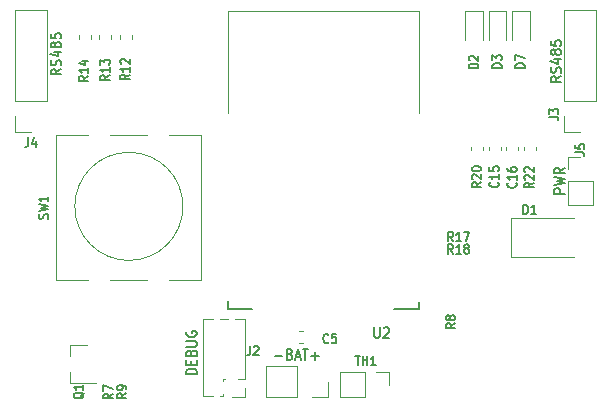
<source format=gbr>
%TF.GenerationSoftware,KiCad,Pcbnew,(5.1.6)-1*%
%TF.CreationDate,2021-03-25T12:52:47+05:30*%
%TF.ProjectId,RX_Controller,52585f43-6f6e-4747-926f-6c6c65722e6b,rev?*%
%TF.SameCoordinates,Original*%
%TF.FileFunction,Legend,Top*%
%TF.FilePolarity,Positive*%
%FSLAX46Y46*%
G04 Gerber Fmt 4.6, Leading zero omitted, Abs format (unit mm)*
G04 Created by KiCad (PCBNEW (5.1.6)-1) date 2021-03-25 12:52:47*
%MOMM*%
%LPD*%
G01*
G04 APERTURE LIST*
%ADD10C,0.140000*%
%ADD11C,0.120000*%
%ADD12C,0.180000*%
%ADD13C,0.130000*%
G04 APERTURE END LIST*
D10*
X146957142Y-95816666D02*
X146057142Y-95816666D01*
X146057142Y-95511904D01*
X146100000Y-95435714D01*
X146142857Y-95397619D01*
X146228571Y-95359523D01*
X146357142Y-95359523D01*
X146442857Y-95397619D01*
X146485714Y-95435714D01*
X146528571Y-95511904D01*
X146528571Y-95816666D01*
X146057142Y-95092857D02*
X146957142Y-94902380D01*
X146314285Y-94750000D01*
X146957142Y-94597619D01*
X146057142Y-94407142D01*
X146957142Y-93645238D02*
X146528571Y-93911904D01*
X146957142Y-94102380D02*
X146057142Y-94102380D01*
X146057142Y-93797619D01*
X146100000Y-93721428D01*
X146142857Y-93683333D01*
X146228571Y-93645238D01*
X146357142Y-93645238D01*
X146442857Y-93683333D01*
X146485714Y-93721428D01*
X146528571Y-93797619D01*
X146528571Y-94102380D01*
X115807142Y-111090476D02*
X114907142Y-111090476D01*
X114907142Y-110900000D01*
X114950000Y-110785714D01*
X115035714Y-110709523D01*
X115121428Y-110671428D01*
X115292857Y-110633333D01*
X115421428Y-110633333D01*
X115592857Y-110671428D01*
X115678571Y-110709523D01*
X115764285Y-110785714D01*
X115807142Y-110900000D01*
X115807142Y-111090476D01*
X115335714Y-110290476D02*
X115335714Y-110023809D01*
X115807142Y-109909523D02*
X115807142Y-110290476D01*
X114907142Y-110290476D01*
X114907142Y-109909523D01*
X115335714Y-109300000D02*
X115378571Y-109185714D01*
X115421428Y-109147619D01*
X115507142Y-109109523D01*
X115635714Y-109109523D01*
X115721428Y-109147619D01*
X115764285Y-109185714D01*
X115807142Y-109261904D01*
X115807142Y-109566666D01*
X114907142Y-109566666D01*
X114907142Y-109300000D01*
X114950000Y-109223809D01*
X114992857Y-109185714D01*
X115078571Y-109147619D01*
X115164285Y-109147619D01*
X115250000Y-109185714D01*
X115292857Y-109223809D01*
X115335714Y-109300000D01*
X115335714Y-109566666D01*
X114907142Y-108766666D02*
X115635714Y-108766666D01*
X115721428Y-108728571D01*
X115764285Y-108690476D01*
X115807142Y-108614285D01*
X115807142Y-108461904D01*
X115764285Y-108385714D01*
X115721428Y-108347619D01*
X115635714Y-108309523D01*
X114907142Y-108309523D01*
X114950000Y-107509523D02*
X114907142Y-107585714D01*
X114907142Y-107700000D01*
X114950000Y-107814285D01*
X115035714Y-107890476D01*
X115121428Y-107928571D01*
X115292857Y-107966666D01*
X115421428Y-107966666D01*
X115592857Y-107928571D01*
X115678571Y-107890476D01*
X115764285Y-107814285D01*
X115807142Y-107700000D01*
X115807142Y-107623809D01*
X115764285Y-107509523D01*
X115721428Y-107471428D01*
X115421428Y-107471428D01*
X115421428Y-107623809D01*
X122402380Y-109564285D02*
X123011904Y-109564285D01*
X123659523Y-109435714D02*
X123773809Y-109478571D01*
X123811904Y-109521428D01*
X123850000Y-109607142D01*
X123850000Y-109735714D01*
X123811904Y-109821428D01*
X123773809Y-109864285D01*
X123697619Y-109907142D01*
X123392857Y-109907142D01*
X123392857Y-109007142D01*
X123659523Y-109007142D01*
X123735714Y-109050000D01*
X123773809Y-109092857D01*
X123811904Y-109178571D01*
X123811904Y-109264285D01*
X123773809Y-109350000D01*
X123735714Y-109392857D01*
X123659523Y-109435714D01*
X123392857Y-109435714D01*
X124154761Y-109650000D02*
X124535714Y-109650000D01*
X124078571Y-109907142D02*
X124345238Y-109007142D01*
X124611904Y-109907142D01*
X124764285Y-109007142D02*
X125221428Y-109007142D01*
X124992857Y-109907142D02*
X124992857Y-109007142D01*
X125488095Y-109564285D02*
X126097619Y-109564285D01*
X125792857Y-109907142D02*
X125792857Y-109221428D01*
X104307142Y-85276190D02*
X103878571Y-85542857D01*
X104307142Y-85733333D02*
X103407142Y-85733333D01*
X103407142Y-85428571D01*
X103450000Y-85352380D01*
X103492857Y-85314285D01*
X103578571Y-85276190D01*
X103707142Y-85276190D01*
X103792857Y-85314285D01*
X103835714Y-85352380D01*
X103878571Y-85428571D01*
X103878571Y-85733333D01*
X104264285Y-84971428D02*
X104307142Y-84857142D01*
X104307142Y-84666666D01*
X104264285Y-84590476D01*
X104221428Y-84552380D01*
X104135714Y-84514285D01*
X104050000Y-84514285D01*
X103964285Y-84552380D01*
X103921428Y-84590476D01*
X103878571Y-84666666D01*
X103835714Y-84819047D01*
X103792857Y-84895238D01*
X103750000Y-84933333D01*
X103664285Y-84971428D01*
X103578571Y-84971428D01*
X103492857Y-84933333D01*
X103450000Y-84895238D01*
X103407142Y-84819047D01*
X103407142Y-84628571D01*
X103450000Y-84514285D01*
X103707142Y-83828571D02*
X104307142Y-83828571D01*
X103364285Y-84019047D02*
X104007142Y-84209523D01*
X104007142Y-83714285D01*
X103792857Y-83295238D02*
X103750000Y-83371428D01*
X103707142Y-83409523D01*
X103621428Y-83447619D01*
X103578571Y-83447619D01*
X103492857Y-83409523D01*
X103450000Y-83371428D01*
X103407142Y-83295238D01*
X103407142Y-83142857D01*
X103450000Y-83066666D01*
X103492857Y-83028571D01*
X103578571Y-82990476D01*
X103621428Y-82990476D01*
X103707142Y-83028571D01*
X103750000Y-83066666D01*
X103792857Y-83142857D01*
X103792857Y-83295238D01*
X103835714Y-83371428D01*
X103878571Y-83409523D01*
X103964285Y-83447619D01*
X104135714Y-83447619D01*
X104221428Y-83409523D01*
X104264285Y-83371428D01*
X104307142Y-83295238D01*
X104307142Y-83142857D01*
X104264285Y-83066666D01*
X104221428Y-83028571D01*
X104135714Y-82990476D01*
X103964285Y-82990476D01*
X103878571Y-83028571D01*
X103835714Y-83066666D01*
X103792857Y-83142857D01*
X103407142Y-82266666D02*
X103407142Y-82647619D01*
X103835714Y-82685714D01*
X103792857Y-82647619D01*
X103750000Y-82571428D01*
X103750000Y-82380952D01*
X103792857Y-82304761D01*
X103835714Y-82266666D01*
X103921428Y-82228571D01*
X104135714Y-82228571D01*
X104221428Y-82266666D01*
X104264285Y-82304761D01*
X104307142Y-82380952D01*
X104307142Y-82571428D01*
X104264285Y-82647619D01*
X104221428Y-82685714D01*
X146657142Y-85876190D02*
X146228571Y-86142857D01*
X146657142Y-86333333D02*
X145757142Y-86333333D01*
X145757142Y-86028571D01*
X145800000Y-85952380D01*
X145842857Y-85914285D01*
X145928571Y-85876190D01*
X146057142Y-85876190D01*
X146142857Y-85914285D01*
X146185714Y-85952380D01*
X146228571Y-86028571D01*
X146228571Y-86333333D01*
X146614285Y-85571428D02*
X146657142Y-85457142D01*
X146657142Y-85266666D01*
X146614285Y-85190476D01*
X146571428Y-85152380D01*
X146485714Y-85114285D01*
X146400000Y-85114285D01*
X146314285Y-85152380D01*
X146271428Y-85190476D01*
X146228571Y-85266666D01*
X146185714Y-85419047D01*
X146142857Y-85495238D01*
X146100000Y-85533333D01*
X146014285Y-85571428D01*
X145928571Y-85571428D01*
X145842857Y-85533333D01*
X145800000Y-85495238D01*
X145757142Y-85419047D01*
X145757142Y-85228571D01*
X145800000Y-85114285D01*
X146057142Y-84428571D02*
X146657142Y-84428571D01*
X145714285Y-84619047D02*
X146357142Y-84809523D01*
X146357142Y-84314285D01*
X146142857Y-83895238D02*
X146100000Y-83971428D01*
X146057142Y-84009523D01*
X145971428Y-84047619D01*
X145928571Y-84047619D01*
X145842857Y-84009523D01*
X145800000Y-83971428D01*
X145757142Y-83895238D01*
X145757142Y-83742857D01*
X145800000Y-83666666D01*
X145842857Y-83628571D01*
X145928571Y-83590476D01*
X145971428Y-83590476D01*
X146057142Y-83628571D01*
X146100000Y-83666666D01*
X146142857Y-83742857D01*
X146142857Y-83895238D01*
X146185714Y-83971428D01*
X146228571Y-84009523D01*
X146314285Y-84047619D01*
X146485714Y-84047619D01*
X146571428Y-84009523D01*
X146614285Y-83971428D01*
X146657142Y-83895238D01*
X146657142Y-83742857D01*
X146614285Y-83666666D01*
X146571428Y-83628571D01*
X146485714Y-83590476D01*
X146314285Y-83590476D01*
X146228571Y-83628571D01*
X146185714Y-83666666D01*
X146142857Y-83742857D01*
X145757142Y-82866666D02*
X145757142Y-83247619D01*
X146185714Y-83285714D01*
X146142857Y-83247619D01*
X146100000Y-83171428D01*
X146100000Y-82980952D01*
X146142857Y-82904761D01*
X146185714Y-82866666D01*
X146271428Y-82828571D01*
X146485714Y-82828571D01*
X146571428Y-82866666D01*
X146614285Y-82904761D01*
X146657142Y-82980952D01*
X146657142Y-83171428D01*
X146614285Y-83247619D01*
X146571428Y-83285714D01*
D11*
%TO.C,SW1*%
X103850000Y-103150000D02*
X103850000Y-90850000D01*
X108430000Y-90850000D02*
X111570000Y-90850000D01*
X116150000Y-90850000D02*
X116150000Y-103150000D01*
X106570000Y-103150000D02*
X103850000Y-103150000D01*
X114619050Y-96900000D02*
G75*
G03*
X114619050Y-96900000I-4579050J0D01*
G01*
X116150000Y-103150000D02*
X113430000Y-103150000D01*
X111570000Y-103150000D02*
X108430000Y-103150000D01*
X113430000Y-90850000D02*
X116150000Y-90850000D01*
X103850000Y-90850000D02*
X106570000Y-90850000D01*
%TO.C,J3*%
X148250000Y-90580000D02*
X146920000Y-90580000D01*
X146920000Y-90580000D02*
X146920000Y-89250000D01*
X146920000Y-87980000D02*
X146920000Y-80300000D01*
X149580000Y-80300000D02*
X146920000Y-80300000D01*
X149580000Y-87980000D02*
X149580000Y-80300000D01*
X149580000Y-87980000D02*
X146920000Y-87980000D01*
%TO.C,BT1*%
X124270000Y-110420000D02*
X124270000Y-113080000D01*
X124270000Y-110420000D02*
X121670000Y-110420000D01*
X121670000Y-110420000D02*
X121670000Y-113080000D01*
X124270000Y-113080000D02*
X121670000Y-113080000D01*
X126870000Y-113080000D02*
X125540000Y-113080000D01*
X126870000Y-111750000D02*
X126870000Y-113080000D01*
%TO.C,C15*%
X141510000Y-91837221D02*
X141510000Y-92162779D01*
X140490000Y-91837221D02*
X140490000Y-92162779D01*
%TO.C,C16*%
X141990000Y-91837221D02*
X141990000Y-92162779D01*
X143010000Y-91837221D02*
X143010000Y-92162779D01*
%TO.C,D1*%
X142350000Y-97850000D02*
X147750000Y-97850000D01*
X142350000Y-101150000D02*
X147750000Y-101150000D01*
X142350000Y-97850000D02*
X142350000Y-101150000D01*
%TO.C,D3*%
X140515000Y-80340000D02*
X140515000Y-82800000D01*
X141985000Y-80340000D02*
X140515000Y-80340000D01*
X141985000Y-82800000D02*
X141985000Y-80340000D01*
%TO.C,D2*%
X139985001Y-82800000D02*
X139985001Y-80340000D01*
X139985001Y-80340000D02*
X138515001Y-80340000D01*
X138515001Y-80340000D02*
X138515001Y-82800000D01*
%TO.C,D7*%
X143985000Y-82800000D02*
X143985000Y-80340000D01*
X143985000Y-80340000D02*
X142515000Y-80340000D01*
X142515000Y-80340000D02*
X142515000Y-82800000D01*
%TO.C,J4*%
X103080000Y-87980000D02*
X100420000Y-87980000D01*
X103080000Y-87980000D02*
X103080000Y-80300000D01*
X103080000Y-80300000D02*
X100420000Y-80300000D01*
X100420000Y-87980000D02*
X100420000Y-80300000D01*
X100420000Y-90580000D02*
X100420000Y-89250000D01*
X101750000Y-90580000D02*
X100420000Y-90580000D01*
%TO.C,J2*%
X119880000Y-106475000D02*
X119057530Y-106475000D01*
X117172470Y-106475000D02*
X116350000Y-106475000D01*
X118442470Y-106475000D02*
X117787530Y-106475000D01*
X119880000Y-111490000D02*
X119880000Y-106475000D01*
X116350000Y-112945000D02*
X116350000Y-106475000D01*
X119880000Y-111490000D02*
X119313471Y-111490000D01*
X118186529Y-111490000D02*
X118043471Y-111490000D01*
X117990000Y-111543471D02*
X117990000Y-111686529D01*
X117990000Y-112813471D02*
X117990000Y-112945000D01*
X117990000Y-112945000D02*
X117787530Y-112945000D01*
X117172470Y-112945000D02*
X116350000Y-112945000D01*
X119880000Y-112250000D02*
X119880000Y-113010000D01*
X119880000Y-113010000D02*
X118750000Y-113010000D01*
%TO.C,J5*%
X147190000Y-96810000D02*
X149310000Y-96810000D01*
X147190000Y-94750000D02*
X147190000Y-96810000D01*
X149310000Y-94750000D02*
X149310000Y-96810000D01*
X147190000Y-94750000D02*
X149310000Y-94750000D01*
X147190000Y-93750000D02*
X147190000Y-92690000D01*
X147190000Y-92690000D02*
X148250000Y-92690000D01*
%TO.C,Q1*%
X105065000Y-108670000D02*
X105065000Y-109600000D01*
X105065000Y-111830000D02*
X105065000Y-110900000D01*
X105065000Y-111830000D02*
X107225000Y-111830000D01*
X105065000Y-108670000D02*
X106525000Y-108670000D01*
%TO.C,R12*%
X110285000Y-82403733D02*
X110285000Y-82746267D01*
X109265000Y-82403733D02*
X109265000Y-82746267D01*
%TO.C,R13*%
X107515000Y-82746267D02*
X107515000Y-82403733D01*
X108535000Y-82746267D02*
X108535000Y-82403733D01*
%TO.C,R14*%
X105815000Y-82403733D02*
X105815000Y-82746267D01*
X106835000Y-82403733D02*
X106835000Y-82746267D01*
%TO.C,R20*%
X138990000Y-91837221D02*
X138990000Y-92162779D01*
X140010000Y-91837221D02*
X140010000Y-92162779D01*
%TO.C,R22*%
X143490000Y-92162779D02*
X143490000Y-91837221D01*
X144510000Y-92162779D02*
X144510000Y-91837221D01*
%TO.C,TH1*%
X127940000Y-110940000D02*
X127940000Y-113060000D01*
X130000000Y-110940000D02*
X127940000Y-110940000D01*
X130000000Y-113060000D02*
X127940000Y-113060000D01*
X130000000Y-110940000D02*
X130000000Y-113060000D01*
X131000000Y-110940000D02*
X132060000Y-110940000D01*
X132060000Y-110940000D02*
X132060000Y-112000000D01*
%TO.C,C5*%
X124796267Y-108485000D02*
X124453733Y-108485000D01*
X124796267Y-107465000D02*
X124453733Y-107465000D01*
D12*
%TO.C,U2*%
X132500000Y-105600000D02*
X134600000Y-105600000D01*
X134600000Y-105600000D02*
X134600000Y-105000000D01*
X118400000Y-104900000D02*
X118400000Y-105600000D01*
X120500000Y-105600000D02*
X118400000Y-105600000D01*
D11*
X118400000Y-80400000D02*
X134600000Y-80400000D01*
X134600000Y-80400000D02*
X134600000Y-89000000D01*
X118400000Y-80400000D02*
X118400000Y-89000000D01*
%TO.C,SW1*%
D13*
X103163809Y-97933333D02*
X103201904Y-97833333D01*
X103201904Y-97666666D01*
X103163809Y-97600000D01*
X103125714Y-97566666D01*
X103049523Y-97533333D01*
X102973333Y-97533333D01*
X102897142Y-97566666D01*
X102859047Y-97600000D01*
X102820952Y-97666666D01*
X102782857Y-97800000D01*
X102744761Y-97866666D01*
X102706666Y-97900000D01*
X102630476Y-97933333D01*
X102554285Y-97933333D01*
X102478095Y-97900000D01*
X102440000Y-97866666D01*
X102401904Y-97800000D01*
X102401904Y-97633333D01*
X102440000Y-97533333D01*
X102401904Y-97300000D02*
X103201904Y-97133333D01*
X102630476Y-97000000D01*
X103201904Y-96866666D01*
X102401904Y-96700000D01*
X103201904Y-96066666D02*
X103201904Y-96466666D01*
X103201904Y-96266666D02*
X102401904Y-96266666D01*
X102516190Y-96333333D01*
X102592380Y-96400000D01*
X102630476Y-96466666D01*
%TO.C,J3*%
X145611904Y-89333333D02*
X146183333Y-89333333D01*
X146297619Y-89366666D01*
X146373809Y-89433333D01*
X146411904Y-89533333D01*
X146411904Y-89600000D01*
X145611904Y-89066666D02*
X145611904Y-88633333D01*
X145916666Y-88866666D01*
X145916666Y-88766666D01*
X145954761Y-88700000D01*
X145992857Y-88666666D01*
X146069047Y-88633333D01*
X146259523Y-88633333D01*
X146335714Y-88666666D01*
X146373809Y-88700000D01*
X146411904Y-88766666D01*
X146411904Y-88966666D01*
X146373809Y-89033333D01*
X146335714Y-89066666D01*
%TO.C,C15*%
X141285714Y-94850000D02*
X141323809Y-94883333D01*
X141361904Y-94983333D01*
X141361904Y-95050000D01*
X141323809Y-95150000D01*
X141247619Y-95216666D01*
X141171428Y-95250000D01*
X141019047Y-95283333D01*
X140904761Y-95283333D01*
X140752380Y-95250000D01*
X140676190Y-95216666D01*
X140600000Y-95150000D01*
X140561904Y-95050000D01*
X140561904Y-94983333D01*
X140600000Y-94883333D01*
X140638095Y-94850000D01*
X141361904Y-94183333D02*
X141361904Y-94583333D01*
X141361904Y-94383333D02*
X140561904Y-94383333D01*
X140676190Y-94450000D01*
X140752380Y-94516666D01*
X140790476Y-94583333D01*
X140561904Y-93550000D02*
X140561904Y-93883333D01*
X140942857Y-93916666D01*
X140904761Y-93883333D01*
X140866666Y-93816666D01*
X140866666Y-93650000D01*
X140904761Y-93583333D01*
X140942857Y-93550000D01*
X141019047Y-93516666D01*
X141209523Y-93516666D01*
X141285714Y-93550000D01*
X141323809Y-93583333D01*
X141361904Y-93650000D01*
X141361904Y-93816666D01*
X141323809Y-93883333D01*
X141285714Y-93916666D01*
%TO.C,C16*%
X142785714Y-94900000D02*
X142823809Y-94933333D01*
X142861904Y-95033333D01*
X142861904Y-95100000D01*
X142823809Y-95200000D01*
X142747619Y-95266666D01*
X142671428Y-95300000D01*
X142519047Y-95333333D01*
X142404761Y-95333333D01*
X142252380Y-95300000D01*
X142176190Y-95266666D01*
X142100000Y-95200000D01*
X142061904Y-95100000D01*
X142061904Y-95033333D01*
X142100000Y-94933333D01*
X142138095Y-94900000D01*
X142861904Y-94233333D02*
X142861904Y-94633333D01*
X142861904Y-94433333D02*
X142061904Y-94433333D01*
X142176190Y-94500000D01*
X142252380Y-94566666D01*
X142290476Y-94633333D01*
X142061904Y-93633333D02*
X142061904Y-93766666D01*
X142100000Y-93833333D01*
X142138095Y-93866666D01*
X142252380Y-93933333D01*
X142404761Y-93966666D01*
X142709523Y-93966666D01*
X142785714Y-93933333D01*
X142823809Y-93900000D01*
X142861904Y-93833333D01*
X142861904Y-93700000D01*
X142823809Y-93633333D01*
X142785714Y-93600000D01*
X142709523Y-93566666D01*
X142519047Y-93566666D01*
X142442857Y-93600000D01*
X142404761Y-93633333D01*
X142366666Y-93700000D01*
X142366666Y-93833333D01*
X142404761Y-93900000D01*
X142442857Y-93933333D01*
X142519047Y-93966666D01*
%TO.C,D1*%
X143433333Y-97561904D02*
X143433333Y-96761904D01*
X143600000Y-96761904D01*
X143700000Y-96800000D01*
X143766666Y-96876190D01*
X143800000Y-96952380D01*
X143833333Y-97104761D01*
X143833333Y-97219047D01*
X143800000Y-97371428D01*
X143766666Y-97447619D01*
X143700000Y-97523809D01*
X143600000Y-97561904D01*
X143433333Y-97561904D01*
X144500000Y-97561904D02*
X144100000Y-97561904D01*
X144300000Y-97561904D02*
X144300000Y-96761904D01*
X144233333Y-96876190D01*
X144166666Y-96952380D01*
X144100000Y-96990476D01*
%TO.C,D3*%
X141611904Y-85166666D02*
X140811904Y-85166666D01*
X140811904Y-85000000D01*
X140850000Y-84900000D01*
X140926190Y-84833333D01*
X141002380Y-84800000D01*
X141154761Y-84766666D01*
X141269047Y-84766666D01*
X141421428Y-84800000D01*
X141497619Y-84833333D01*
X141573809Y-84900000D01*
X141611904Y-85000000D01*
X141611904Y-85166666D01*
X140811904Y-84533333D02*
X140811904Y-84100000D01*
X141116666Y-84333333D01*
X141116666Y-84233333D01*
X141154761Y-84166666D01*
X141192857Y-84133333D01*
X141269047Y-84100000D01*
X141459523Y-84100000D01*
X141535714Y-84133333D01*
X141573809Y-84166666D01*
X141611904Y-84233333D01*
X141611904Y-84433333D01*
X141573809Y-84500000D01*
X141535714Y-84533333D01*
%TO.C,D2*%
X139611904Y-85216666D02*
X138811904Y-85216666D01*
X138811904Y-85050000D01*
X138850000Y-84950000D01*
X138926190Y-84883333D01*
X139002380Y-84850000D01*
X139154761Y-84816666D01*
X139269047Y-84816666D01*
X139421428Y-84850000D01*
X139497619Y-84883333D01*
X139573809Y-84950000D01*
X139611904Y-85050000D01*
X139611904Y-85216666D01*
X138888095Y-84550000D02*
X138850000Y-84516666D01*
X138811904Y-84450000D01*
X138811904Y-84283333D01*
X138850000Y-84216666D01*
X138888095Y-84183333D01*
X138964285Y-84150000D01*
X139040476Y-84150000D01*
X139154761Y-84183333D01*
X139611904Y-84583333D01*
X139611904Y-84150000D01*
%TO.C,D7*%
X143561904Y-85166666D02*
X142761904Y-85166666D01*
X142761904Y-85000000D01*
X142800000Y-84900000D01*
X142876190Y-84833333D01*
X142952380Y-84800000D01*
X143104761Y-84766666D01*
X143219047Y-84766666D01*
X143371428Y-84800000D01*
X143447619Y-84833333D01*
X143523809Y-84900000D01*
X143561904Y-85000000D01*
X143561904Y-85166666D01*
X142761904Y-84533333D02*
X142761904Y-84066666D01*
X143561904Y-84366666D01*
%TO.C,J4*%
X101516666Y-91061904D02*
X101516666Y-91633333D01*
X101483333Y-91747619D01*
X101416666Y-91823809D01*
X101316666Y-91861904D01*
X101250000Y-91861904D01*
X102150000Y-91328571D02*
X102150000Y-91861904D01*
X101983333Y-91023809D02*
X101816666Y-91595238D01*
X102250000Y-91595238D01*
%TO.C,J2*%
X120316666Y-108711904D02*
X120316666Y-109283333D01*
X120283333Y-109397619D01*
X120216666Y-109473809D01*
X120116666Y-109511904D01*
X120050000Y-109511904D01*
X120616666Y-108788095D02*
X120650000Y-108750000D01*
X120716666Y-108711904D01*
X120883333Y-108711904D01*
X120950000Y-108750000D01*
X120983333Y-108788095D01*
X121016666Y-108864285D01*
X121016666Y-108940476D01*
X120983333Y-109054761D01*
X120583333Y-109511904D01*
X121016666Y-109511904D01*
%TO.C,J5*%
X147811904Y-92333333D02*
X148383333Y-92333333D01*
X148497619Y-92366666D01*
X148573809Y-92433333D01*
X148611904Y-92533333D01*
X148611904Y-92600000D01*
X147811904Y-91666666D02*
X147811904Y-92000000D01*
X148192857Y-92033333D01*
X148154761Y-92000000D01*
X148116666Y-91933333D01*
X148116666Y-91766666D01*
X148154761Y-91700000D01*
X148192857Y-91666666D01*
X148269047Y-91633333D01*
X148459523Y-91633333D01*
X148535714Y-91666666D01*
X148573809Y-91700000D01*
X148611904Y-91766666D01*
X148611904Y-91933333D01*
X148573809Y-92000000D01*
X148535714Y-92033333D01*
%TO.C,Q1*%
X106238095Y-112666666D02*
X106200000Y-112733333D01*
X106123809Y-112800000D01*
X106009523Y-112900000D01*
X105971428Y-112966666D01*
X105971428Y-113033333D01*
X106161904Y-113000000D02*
X106123809Y-113066666D01*
X106047619Y-113133333D01*
X105895238Y-113166666D01*
X105628571Y-113166666D01*
X105476190Y-113133333D01*
X105400000Y-113066666D01*
X105361904Y-113000000D01*
X105361904Y-112866666D01*
X105400000Y-112800000D01*
X105476190Y-112733333D01*
X105628571Y-112700000D01*
X105895238Y-112700000D01*
X106047619Y-112733333D01*
X106123809Y-112800000D01*
X106161904Y-112866666D01*
X106161904Y-113000000D01*
X106161904Y-112033333D02*
X106161904Y-112433333D01*
X106161904Y-112233333D02*
X105361904Y-112233333D01*
X105476190Y-112300000D01*
X105552380Y-112366666D01*
X105590476Y-112433333D01*
%TO.C,R12*%
X110111904Y-85750000D02*
X109730952Y-85983333D01*
X110111904Y-86150000D02*
X109311904Y-86150000D01*
X109311904Y-85883333D01*
X109350000Y-85816666D01*
X109388095Y-85783333D01*
X109464285Y-85750000D01*
X109578571Y-85750000D01*
X109654761Y-85783333D01*
X109692857Y-85816666D01*
X109730952Y-85883333D01*
X109730952Y-86150000D01*
X110111904Y-85083333D02*
X110111904Y-85483333D01*
X110111904Y-85283333D02*
X109311904Y-85283333D01*
X109426190Y-85350000D01*
X109502380Y-85416666D01*
X109540476Y-85483333D01*
X109388095Y-84816666D02*
X109350000Y-84783333D01*
X109311904Y-84716666D01*
X109311904Y-84550000D01*
X109350000Y-84483333D01*
X109388095Y-84450000D01*
X109464285Y-84416666D01*
X109540476Y-84416666D01*
X109654761Y-84450000D01*
X110111904Y-84850000D01*
X110111904Y-84416666D01*
%TO.C,R13*%
X108411904Y-85800000D02*
X108030952Y-86033333D01*
X108411904Y-86200000D02*
X107611904Y-86200000D01*
X107611904Y-85933333D01*
X107650000Y-85866666D01*
X107688095Y-85833333D01*
X107764285Y-85800000D01*
X107878571Y-85800000D01*
X107954761Y-85833333D01*
X107992857Y-85866666D01*
X108030952Y-85933333D01*
X108030952Y-86200000D01*
X108411904Y-85133333D02*
X108411904Y-85533333D01*
X108411904Y-85333333D02*
X107611904Y-85333333D01*
X107726190Y-85400000D01*
X107802380Y-85466666D01*
X107840476Y-85533333D01*
X107611904Y-84900000D02*
X107611904Y-84466666D01*
X107916666Y-84700000D01*
X107916666Y-84600000D01*
X107954761Y-84533333D01*
X107992857Y-84500000D01*
X108069047Y-84466666D01*
X108259523Y-84466666D01*
X108335714Y-84500000D01*
X108373809Y-84533333D01*
X108411904Y-84600000D01*
X108411904Y-84800000D01*
X108373809Y-84866666D01*
X108335714Y-84900000D01*
%TO.C,R14*%
X106611904Y-85850000D02*
X106230952Y-86083333D01*
X106611904Y-86250000D02*
X105811904Y-86250000D01*
X105811904Y-85983333D01*
X105850000Y-85916666D01*
X105888095Y-85883333D01*
X105964285Y-85850000D01*
X106078571Y-85850000D01*
X106154761Y-85883333D01*
X106192857Y-85916666D01*
X106230952Y-85983333D01*
X106230952Y-86250000D01*
X106611904Y-85183333D02*
X106611904Y-85583333D01*
X106611904Y-85383333D02*
X105811904Y-85383333D01*
X105926190Y-85450000D01*
X106002380Y-85516666D01*
X106040476Y-85583333D01*
X106078571Y-84583333D02*
X106611904Y-84583333D01*
X105773809Y-84750000D02*
X106345238Y-84916666D01*
X106345238Y-84483333D01*
%TO.C,R8*%
X137661904Y-106791666D02*
X137280952Y-107025000D01*
X137661904Y-107191666D02*
X136861904Y-107191666D01*
X136861904Y-106925000D01*
X136900000Y-106858333D01*
X136938095Y-106825000D01*
X137014285Y-106791666D01*
X137128571Y-106791666D01*
X137204761Y-106825000D01*
X137242857Y-106858333D01*
X137280952Y-106925000D01*
X137280952Y-107191666D01*
X137204761Y-106391666D02*
X137166666Y-106458333D01*
X137128571Y-106491666D01*
X137052380Y-106525000D01*
X137014285Y-106525000D01*
X136938095Y-106491666D01*
X136900000Y-106458333D01*
X136861904Y-106391666D01*
X136861904Y-106258333D01*
X136900000Y-106191666D01*
X136938095Y-106158333D01*
X137014285Y-106125000D01*
X137052380Y-106125000D01*
X137128571Y-106158333D01*
X137166666Y-106191666D01*
X137204761Y-106258333D01*
X137204761Y-106391666D01*
X137242857Y-106458333D01*
X137280952Y-106491666D01*
X137357142Y-106525000D01*
X137509523Y-106525000D01*
X137585714Y-106491666D01*
X137623809Y-106458333D01*
X137661904Y-106391666D01*
X137661904Y-106258333D01*
X137623809Y-106191666D01*
X137585714Y-106158333D01*
X137509523Y-106125000D01*
X137357142Y-106125000D01*
X137280952Y-106158333D01*
X137242857Y-106191666D01*
X137204761Y-106258333D01*
%TO.C,R9*%
X109811904Y-112716666D02*
X109430952Y-112950000D01*
X109811904Y-113116666D02*
X109011904Y-113116666D01*
X109011904Y-112850000D01*
X109050000Y-112783333D01*
X109088095Y-112750000D01*
X109164285Y-112716666D01*
X109278571Y-112716666D01*
X109354761Y-112750000D01*
X109392857Y-112783333D01*
X109430952Y-112850000D01*
X109430952Y-113116666D01*
X109811904Y-112383333D02*
X109811904Y-112250000D01*
X109773809Y-112183333D01*
X109735714Y-112150000D01*
X109621428Y-112083333D01*
X109469047Y-112050000D01*
X109164285Y-112050000D01*
X109088095Y-112083333D01*
X109050000Y-112116666D01*
X109011904Y-112183333D01*
X109011904Y-112316666D01*
X109050000Y-112383333D01*
X109088095Y-112416666D01*
X109164285Y-112450000D01*
X109354761Y-112450000D01*
X109430952Y-112416666D01*
X109469047Y-112383333D01*
X109507142Y-112316666D01*
X109507142Y-112183333D01*
X109469047Y-112116666D01*
X109430952Y-112083333D01*
X109354761Y-112050000D01*
%TO.C,R7*%
X108661904Y-112766666D02*
X108280952Y-113000000D01*
X108661904Y-113166666D02*
X107861904Y-113166666D01*
X107861904Y-112900000D01*
X107900000Y-112833333D01*
X107938095Y-112800000D01*
X108014285Y-112766666D01*
X108128571Y-112766666D01*
X108204761Y-112800000D01*
X108242857Y-112833333D01*
X108280952Y-112900000D01*
X108280952Y-113166666D01*
X107861904Y-112533333D02*
X107861904Y-112066666D01*
X108661904Y-112366666D01*
%TO.C,R20*%
X139861904Y-94850000D02*
X139480952Y-95083333D01*
X139861904Y-95250000D02*
X139061904Y-95250000D01*
X139061904Y-94983333D01*
X139100000Y-94916666D01*
X139138095Y-94883333D01*
X139214285Y-94850000D01*
X139328571Y-94850000D01*
X139404761Y-94883333D01*
X139442857Y-94916666D01*
X139480952Y-94983333D01*
X139480952Y-95250000D01*
X139138095Y-94583333D02*
X139100000Y-94550000D01*
X139061904Y-94483333D01*
X139061904Y-94316666D01*
X139100000Y-94250000D01*
X139138095Y-94216666D01*
X139214285Y-94183333D01*
X139290476Y-94183333D01*
X139404761Y-94216666D01*
X139861904Y-94616666D01*
X139861904Y-94183333D01*
X139061904Y-93750000D02*
X139061904Y-93683333D01*
X139100000Y-93616666D01*
X139138095Y-93583333D01*
X139214285Y-93550000D01*
X139366666Y-93516666D01*
X139557142Y-93516666D01*
X139709523Y-93550000D01*
X139785714Y-93583333D01*
X139823809Y-93616666D01*
X139861904Y-93683333D01*
X139861904Y-93750000D01*
X139823809Y-93816666D01*
X139785714Y-93850000D01*
X139709523Y-93883333D01*
X139557142Y-93916666D01*
X139366666Y-93916666D01*
X139214285Y-93883333D01*
X139138095Y-93850000D01*
X139100000Y-93816666D01*
X139061904Y-93750000D01*
%TO.C,R22*%
X144311904Y-94900000D02*
X143930952Y-95133333D01*
X144311904Y-95300000D02*
X143511904Y-95300000D01*
X143511904Y-95033333D01*
X143550000Y-94966666D01*
X143588095Y-94933333D01*
X143664285Y-94900000D01*
X143778571Y-94900000D01*
X143854761Y-94933333D01*
X143892857Y-94966666D01*
X143930952Y-95033333D01*
X143930952Y-95300000D01*
X143588095Y-94633333D02*
X143550000Y-94600000D01*
X143511904Y-94533333D01*
X143511904Y-94366666D01*
X143550000Y-94300000D01*
X143588095Y-94266666D01*
X143664285Y-94233333D01*
X143740476Y-94233333D01*
X143854761Y-94266666D01*
X144311904Y-94666666D01*
X144311904Y-94233333D01*
X143588095Y-93966666D02*
X143550000Y-93933333D01*
X143511904Y-93866666D01*
X143511904Y-93700000D01*
X143550000Y-93633333D01*
X143588095Y-93600000D01*
X143664285Y-93566666D01*
X143740476Y-93566666D01*
X143854761Y-93600000D01*
X144311904Y-94000000D01*
X144311904Y-93566666D01*
%TO.C,R17*%
X137500000Y-99861904D02*
X137266666Y-99480952D01*
X137100000Y-99861904D02*
X137100000Y-99061904D01*
X137366666Y-99061904D01*
X137433333Y-99100000D01*
X137466666Y-99138095D01*
X137500000Y-99214285D01*
X137500000Y-99328571D01*
X137466666Y-99404761D01*
X137433333Y-99442857D01*
X137366666Y-99480952D01*
X137100000Y-99480952D01*
X138166666Y-99861904D02*
X137766666Y-99861904D01*
X137966666Y-99861904D02*
X137966666Y-99061904D01*
X137900000Y-99176190D01*
X137833333Y-99252380D01*
X137766666Y-99290476D01*
X138400000Y-99061904D02*
X138866666Y-99061904D01*
X138566666Y-99861904D01*
%TO.C,R18*%
X137500000Y-100911904D02*
X137266666Y-100530952D01*
X137100000Y-100911904D02*
X137100000Y-100111904D01*
X137366666Y-100111904D01*
X137433333Y-100150000D01*
X137466666Y-100188095D01*
X137500000Y-100264285D01*
X137500000Y-100378571D01*
X137466666Y-100454761D01*
X137433333Y-100492857D01*
X137366666Y-100530952D01*
X137100000Y-100530952D01*
X138166666Y-100911904D02*
X137766666Y-100911904D01*
X137966666Y-100911904D02*
X137966666Y-100111904D01*
X137900000Y-100226190D01*
X137833333Y-100302380D01*
X137766666Y-100340476D01*
X138566666Y-100454761D02*
X138500000Y-100416666D01*
X138466666Y-100378571D01*
X138433333Y-100302380D01*
X138433333Y-100264285D01*
X138466666Y-100188095D01*
X138500000Y-100150000D01*
X138566666Y-100111904D01*
X138700000Y-100111904D01*
X138766666Y-100150000D01*
X138800000Y-100188095D01*
X138833333Y-100264285D01*
X138833333Y-100302380D01*
X138800000Y-100378571D01*
X138766666Y-100416666D01*
X138700000Y-100454761D01*
X138566666Y-100454761D01*
X138500000Y-100492857D01*
X138466666Y-100530952D01*
X138433333Y-100607142D01*
X138433333Y-100759523D01*
X138466666Y-100835714D01*
X138500000Y-100873809D01*
X138566666Y-100911904D01*
X138700000Y-100911904D01*
X138766666Y-100873809D01*
X138800000Y-100835714D01*
X138833333Y-100759523D01*
X138833333Y-100607142D01*
X138800000Y-100530952D01*
X138766666Y-100492857D01*
X138700000Y-100454761D01*
%TO.C,TH1*%
X129200000Y-109561904D02*
X129600000Y-109561904D01*
X129400000Y-110361904D02*
X129400000Y-109561904D01*
X129833333Y-110361904D02*
X129833333Y-109561904D01*
X129833333Y-109942857D02*
X130233333Y-109942857D01*
X130233333Y-110361904D02*
X130233333Y-109561904D01*
X130933333Y-110361904D02*
X130533333Y-110361904D01*
X130733333Y-110361904D02*
X130733333Y-109561904D01*
X130666666Y-109676190D01*
X130600000Y-109752380D01*
X130533333Y-109790476D01*
%TO.C,C5*%
X126933333Y-108410714D02*
X126900000Y-108448809D01*
X126800000Y-108486904D01*
X126733333Y-108486904D01*
X126633333Y-108448809D01*
X126566666Y-108372619D01*
X126533333Y-108296428D01*
X126500000Y-108144047D01*
X126500000Y-108029761D01*
X126533333Y-107877380D01*
X126566666Y-107801190D01*
X126633333Y-107725000D01*
X126733333Y-107686904D01*
X126800000Y-107686904D01*
X126900000Y-107725000D01*
X126933333Y-107763095D01*
X127566666Y-107686904D02*
X127233333Y-107686904D01*
X127200000Y-108067857D01*
X127233333Y-108029761D01*
X127300000Y-107991666D01*
X127466666Y-107991666D01*
X127533333Y-108029761D01*
X127566666Y-108067857D01*
X127600000Y-108144047D01*
X127600000Y-108334523D01*
X127566666Y-108410714D01*
X127533333Y-108448809D01*
X127466666Y-108486904D01*
X127300000Y-108486904D01*
X127233333Y-108448809D01*
X127200000Y-108410714D01*
%TO.C,U2*%
D10*
X130815476Y-107132142D02*
X130815476Y-107860714D01*
X130853571Y-107946428D01*
X130891666Y-107989285D01*
X130967857Y-108032142D01*
X131120238Y-108032142D01*
X131196428Y-107989285D01*
X131234523Y-107946428D01*
X131272619Y-107860714D01*
X131272619Y-107132142D01*
X131615476Y-107217857D02*
X131653571Y-107175000D01*
X131729761Y-107132142D01*
X131920238Y-107132142D01*
X131996428Y-107175000D01*
X132034523Y-107217857D01*
X132072619Y-107303571D01*
X132072619Y-107389285D01*
X132034523Y-107517857D01*
X131577380Y-108032142D01*
X132072619Y-108032142D01*
%TD*%
M02*

</source>
